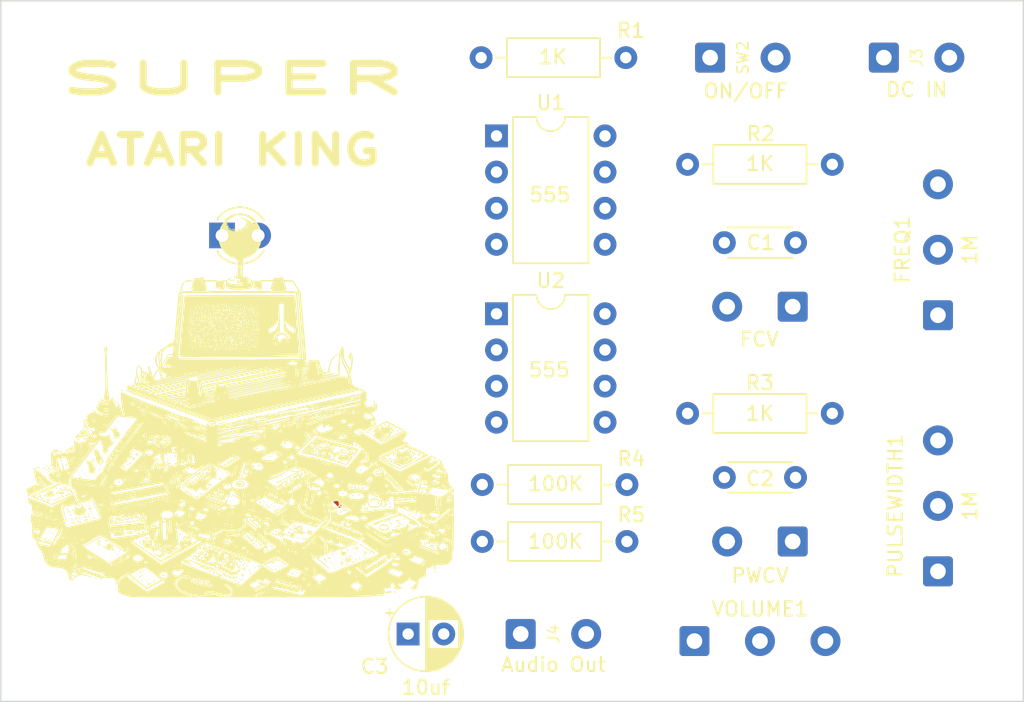
<source format=kicad_pcb>
(kicad_pcb (version 20211014) (generator pcbnew)
  (layers (0 "F.Cu" signal) (31 "B.Cu" signal) (34 "B.Paste" user) (35 "F.Paste" user) (36 "B.SilkS" user "B.Silkscreen") (37 "F.SilkS" user "F.Silkscreen") (38 "B.Mask" user) (39 "F.Mask" user) (44 "Edge.Cuts" user))
  (net 0 "")
  (net 1 "Net-(C3-Pad1)")
  (net 2 "GND")
  (net 3 "Net-(D1-Pad1)")
  (net 4 "/PWR")
  (net 5 "+9V")
  (net 6 "Net-(R2-Pad1)")
  (footprint "Connector_Wire:SolderWire-0.5sqmm_1x02_P4.6mm_D0.9mm_OD2.1mm" (layer "F.Cu") (at 114.7 96)
    (fp_text reference "J4" hide)
    (fp_text value "Audio Out" (at 2.3 2.15) (layer "F.SilkS"))
    (fp_text user "${REFERENCE}" (at 2.3 0 90) (layer "F.SilkS") (effects (font (size 0.78 0.78) (thickness 0.12))))
    (pad "S" thru_hole roundrect (at 0 0) (size 2.1 2.1) (drill 1.1) (layers *.Cu *.Mask) (roundrect_rratio 0.119048) (net 2 "GND"))
    (pad "T" thru_hole circle (at 4.6 0) (size 2.1 2.1) (drill 1.1) (layers *.Cu *.Mask))
  )
  (footprint "images:LRG_king" (layer "F.Cu") (at 95 80)
    (fp_text reference "G***" hide)
    (fp_text value "LOGO" hide)
  )
  (footprint "Connector_Wire:SolderWire-0.5sqmm_1x03_P4.6mm_D0.9mm_OD2.1mm" (layer "F.Cu") (at 144 73.6 90)
    (fp_text reference "FREQ1" (at 4.6 -2.5 90) (layer "F.SilkS"))
    (fp_text value "1M" (at 4.6 2.25 90) (layer "F.SilkS"))
    (pad "1" thru_hole roundrect (at 0 0 90) (size 2.1 2.1) (drill 1.1) (layers *.Cu *.Mask) (roundrect_rratio 0.119048))
    (pad "2" thru_hole circle (at 4.6 0 90) (size 2.1 2.1) (drill 1.1) (layers *.Cu *.Mask) (net 6 "Net-(R2-Pad1)"))
    (pad "3" thru_hole circle (at 9.2 0 90) (size 2.1 2.1) (drill 1.1) (layers *.Cu *.Mask))
  )
  (footprint "Resistor_THT:R_Axial_DIN0207_L6.3mm_D2.5mm_P10.16mm_Horizontal" (layer "F.Cu") (at 136.58 63 180)
    (fp_text reference "R2" (at 5.03 2.15) (layer "F.SilkS"))
    (fp_text value "1K" (at 5.08 0.05) (layer "F.SilkS"))
    (pad "1" thru_hole circle (at 0 0 180) (size 1.6 1.6) (drill 0.8) (layers *.Cu *.Mask) (net 6 "Net-(R2-Pad1)"))
    (pad "2" thru_hole oval (at 10.16 0 180) (size 1.6 1.6) (drill 0.8) (layers *.Cu *.Mask) (net 4 "/PWR"))
  )
  (footprint "Connector_Wire:SolderWire-0.5sqmm_1x02_P4.6mm_D0.9mm_OD2.1mm" (layer "F.Cu") (at 133.8 73 180)
    (fp_text reference "J1" hide)
    (fp_text value "FCV" (at 2.35 -2.3) (layer "F.SilkS"))
    (pad "S" thru_hole roundrect (at 0 0 180) (size 2.1 2.1) (drill 1.1) (layers *.Cu *.Mask) (roundrect_rratio 0.119048) (net 2 "GND"))
    (pad "T" thru_hole circle (at 4.6 0 180) (size 2.1 2.1) (drill 1.1) (layers *.Cu *.Mask))
  )
  (footprint "Resistor_THT:R_Axial_DIN0207_L6.3mm_D2.5mm_P10.16mm_Horizontal" (layer "F.Cu") (at 112 85.5)
    (fp_text reference "R4" (at 10.466404 -1.815964) (layer "F.SilkS"))
    (fp_text value "100K" (at 5.15 -0.05) (layer "F.SilkS"))
    (pad "1" thru_hole circle (at 0 0) (size 1.6 1.6) (drill 0.8) (layers *.Cu *.Mask) (net 1 "Net-(C3-Pad1)"))
    (pad "2" thru_hole oval (at 10.16 0) (size 1.6 1.6) (drill 0.8) (layers *.Cu *.Mask))
  )
  (footprint "Connector_Wire:SolderWire-0.5sqmm_1x02_P4.6mm_D0.9mm_OD2.1mm" (layer "F.Cu") (at 140.2 55.5)
    (fp_text reference "J3" hide)
    (fp_text value "DC IN" (at 2.3 2.25) (layer "F.SilkS"))
    (fp_text user "${REFERENCE}" (at 2.3 0 90) (layer "F.SilkS") (effects (font (size 0.78 0.78) (thickness 0.12))))
    (pad "1" thru_hole roundrect (at 0 0) (size 2.1 2.1) (drill 1.1) (layers *.Cu *.Mask) (roundrect_rratio 0.119048) (net 2 "GND"))
    (pad "2" thru_hole circle (at 4.6 0) (size 2.1 2.1) (drill 1.1) (layers *.Cu *.Mask) (net 5 "+9V"))
  )
  (footprint "Package_DIP:DIP-8_W7.62mm" (layer "F.Cu") (at 113 61)
    (fp_text reference "U1" (at 3.81 -2.33) (layer "F.SilkS"))
    (fp_text value "555" (at 3.75 4.15) (layer "F.SilkS"))
    (pad "1" thru_hole rect (at 0 0) (size 1.6 1.6) (drill 0.8) (layers *.Cu *.Mask) (net 2 "GND"))
    (pad "2" thru_hole oval (at 0 2.54) (size 1.6 1.6) (drill 0.8) (layers *.Cu *.Mask))
    (pad "3" thru_hole oval (at 0 5.08) (size 1.6 1.6) (drill 0.8) (layers *.Cu *.Mask))
    (pad "4" thru_hole oval (at 0 7.62) (size 1.6 1.6) (drill 0.8) (layers *.Cu *.Mask) (net 4 "/PWR"))
    (pad "5" thru_hole oval (at 7.62 7.62) (size 1.6 1.6) (drill 0.8) (layers *.Cu *.Mask))
    (pad "6" thru_hole oval (at 7.62 5.08) (size 1.6 1.6) (drill 0.8) (layers *.Cu *.Mask))
    (pad "7" thru_hole oval (at 7.62 2.54) (size 1.6 1.6) (drill 0.8) (layers *.Cu *.Mask) (net 6 "Net-(R2-Pad1)"))
    (pad "8" thru_hole oval (at 7.62 0) (size 1.6 1.6) (drill 0.8) (layers *.Cu *.Mask) (net 4 "/PWR"))
  )
  (footprint "Resistor_THT:R_Axial_DIN0207_L6.3mm_D2.5mm_P10.16mm_Horizontal" (layer "F.Cu") (at 122.08 55.5 180)
    (fp_text reference "R1" (at -0.356404 1.915964) (layer "F.SilkS"))
    (fp_text value "1K" (at 5.13 0.05) (layer "F.SilkS"))
    (pad "1" thru_hole circle (at 0 0 180) (size 1.6 1.6) (drill 0.8) (layers *.Cu *.Mask) (net 2 "GND"))
    (pad "2" thru_hole oval (at 10.16 0 180) (size 1.6 1.6) (drill 0.8) (layers *.Cu *.Mask) (net 3 "Net-(D1-Pad1)"))
  )
  (footprint "Capacitor_THT:C_Disc_D4.3mm_W1.9mm_P5.00mm" (layer "F.Cu") (at 134 85 180)
    (fp_text reference "C2" (at 2.5 -0.1) (layer "F.SilkS"))
    (fp_text value "0.1uf")
    (pad "1" thru_hole circle (at 0 0 180) (size 1.6 1.6) (drill 0.8) (layers *.Cu *.Mask) (net 2 "GND"))
    (pad "2" thru_hole circle (at 5 0 180) (size 1.6 1.6) (drill 0.8) (layers *.Cu *.Mask))
  )
  (footprint "Resistor_THT:R_Axial_DIN0207_L6.3mm_D2.5mm_P10.16mm_Horizontal" (layer "F.Cu") (at 112 89.5)
    (fp_text reference "R5" (at 10.466404 -1.865964) (layer "F.SilkS"))
    (fp_text value "100K" (at 5.13 0) (layer "F.SilkS"))
    (pad "1" thru_hole circle (at 0 0) (size 1.6 1.6) (drill 0.8) (layers *.Cu *.Mask) (net 2 "GND"))
    (pad "2" thru_hole oval (at 10.16 0) (size 1.6 1.6) (drill 0.8) (layers *.Cu *.Mask))
  )
  (footprint "Capacitor_THT:C_Disc_D4.3mm_W1.9mm_P5.00mm" (layer "F.Cu") (at 134 68.5 180)
    (fp_text reference "C1" (at 2.45 0 180) (layer "F.SilkS"))
    (fp_text value "0.01uf")
    (pad "1" thru_hole circle (at 0 0 180) (size 1.6 1.6) (drill 0.8) (layers *.Cu *.Mask) (net 2 "GND"))
    (pad "2" thru_hole circle (at 5 0 180) (size 1.6 1.6) (drill 0.8) (layers *.Cu *.Mask))
  )
  (footprint "Resistor_THT:R_Axial_DIN0207_L6.3mm_D2.5mm_P10.16mm_Horizontal" (layer "F.Cu") (at 136.58 80.5 180)
    (fp_text reference "R3" (at 5.08 2.15) (layer "F.SilkS"))
    (fp_text value "1K" (at 5.08 0) (layer "F.SilkS"))
    (pad "1" thru_hole circle (at 0 0 180) (size 1.6 1.6) (drill 0.8) (layers *.Cu *.Mask))
    (pad "2" thru_hole oval (at 10.16 0 180) (size 1.6 1.6) (drill 0.8) (layers *.Cu *.Mask) (net 4 "/PWR"))
  )
  (footprint "Package_DIP:DIP-8_W7.62mm" (layer "F.Cu") (at 113 73.5)
    (fp_text reference "U2" (at 3.81 -2.33) (layer "F.SilkS"))
    (fp_text value "555" (at 3.7 3.95) (layer "F.SilkS"))
    (pad "1" thru_hole rect (at 0 0) (size 1.6 1.6) (drill 0.8) (layers *.Cu *.Mask) (net 2 "GND"))
    (pad "2" thru_hole oval (at 0 2.54) (size 1.6 1.6) (drill 0.8) (layers *.Cu *.Mask))
    (pad "3" thru_hole oval (at 0 5.08) (size 1.6 1.6) (drill 0.8) (layers *.Cu *.Mask))
    (pad "4" thru_hole oval (at 0 7.62) (size 1.6 1.6) (drill 0.8) (layers *.Cu *.Mask) (net 4 "/PWR"))
    (pad "5" thru_hole oval (at 7.62 7.62) (size 1.6 1.6) (drill 0.8) (layers *.Cu *.Mask))
    (pad "6" thru_hole oval (at 7.62 5.08) (size 1.6 1.6) (drill 0.8) (layers *.Cu *.Mask))
    (pad "7" thru_hole oval (at 7.62 2.54) (size 1.6 1.6) (drill 0.8) (layers *.Cu *.Mask))
    (pad "8" thru_hole oval (at 7.62 0) (size 1.6 1.6) (drill 0.8) (layers *.Cu *.Mask) (net 4 "/PWR"))
  )
  (footprint "Connector_Wire:SolderWire-0.5sqmm_1x02_P4.6mm_D0.9mm_OD2.1mm" (layer "F.Cu") (at 133.8 89.5 180)
    (fp_text reference "J2" hide)
    (fp_text value "PWCV" (at 2.3 -2.4) (layer "F.SilkS"))
    (pad "S" thru_hole roundrect (at 0 0 180) (size 2.1 2.1) (drill 1.1) (layers *.Cu *.Mask) (roundrect_rratio 0.119048) (net 2 "GND"))
    (pad "T" thru_hole circle (at 4.6 0 180) (size 2.1 2.1) (drill 1.1) (layers *.Cu *.Mask))
  )
  (footprint "Connector_Wire:SolderWire-0.5sqmm_1x03_P4.6mm_D0.9mm_OD2.1mm" (layer "F.Cu") (at 144 91.6 90)
    (fp_text reference "PULSEWIDTH1" (at 4.6 -3 90) (layer "F.SilkS"))
    (fp_text value "1M" (at 4.6 2.25 90) (layer "F.SilkS"))
    (pad "1" thru_hole roundrect (at 0 0 90) (size 2.1 2.1) (drill 1.1) (layers *.Cu *.Mask) (roundrect_rratio 0.119048))
    (pad "2" thru_hole circle (at 4.6 0 90) (size 2.1 2.1) (drill 1.1) (layers *.Cu *.Mask))
    (pad "3" thru_hole circle (at 9.2 0 90) (size 2.1 2.1) (drill 1.1) (layers *.Cu *.Mask))
  )
  (footprint "Capacitor_THT:CP_Radial_D5.0mm_P2.50mm" (layer "F.Cu") (at 106.794888 96)
    (fp_text reference "C3" (at -2.344888 2.28) (layer "F.SilkS"))
    (fp_text value "10uf" (at 1.25 3.75) (layer "F.SilkS"))
    (pad "1" thru_hole rect (at 0 0) (size 1.6 1.6) (drill 0.8) (layers *.Cu *.Mask) (net 1 "Net-(C3-Pad1)"))
    (pad "2" thru_hole circle (at 2.5 0) (size 1.6 1.6) (drill 0.8) (layers *.Cu *.Mask))
  )
  (footprint "Connector_Wire:SolderWire-0.5sqmm_1x02_P4.6mm_D0.9mm_OD2.1mm" (layer "F.Cu") (at 128 55.5)
    (fp_text reference "SW2" hide)
    (fp_text value "ON/OFF" (at 2.5 2.35) (layer "F.SilkS"))
    (fp_text user "${REFERENCE}" (at 2.3 0 90) (layer "F.SilkS") (effects (font (size 0.78 0.78) (thickness 0.12))))
    (pad "1" thru_hole roundrect (at 0 0) (size 2.1 2.1) (drill 1.1) (layers *.Cu *.Mask) (roundrect_rratio 0.119048) (net 5 "+9V"))
    (pad "2" thru_hole circle (at 4.6 0) (size 2.1 2.1) (drill 1.1) (layers *.Cu *.Mask) (net 4 "/PWR"))
  )
  (footprint "Connector_Wire:SolderWire-0.5sqmm_1x03_P4.6mm_D0.9mm_OD2.1mm" (layer "F.Cu") (at 126.9 96.5)
    (fp_text reference "VOLUME1" (at 4.6 -2.25) (layer "F.SilkS"))
    (fp_text value "5K")
    (pad "1" thru_hole roundrect (at 0 0) (size 2.1 2.1) (drill 1.1) (layers *.Cu *.Mask) (roundrect_rratio 0.119048))
    (pad "2" thru_hole circle (at 4.6 0) (size 2.1 2.1) (drill 1.1) (layers *.Cu *.Mask))
    (pad "3" thru_hole circle (at 9.2 0) (size 2.1 2.1) (drill 1.1) (layers *.Cu *.Mask) (net 2 "GND"))
  )
  (footprint "LED_THT:LED_D3.0mm" (layer "F.Cu") (at 93.725 68)
    (fp_text reference "D1" hide)
    (fp_text value "LED" hide)
    (pad "1" thru_hole rect (at 0 0) (size 1.8 1.8) (drill 0.9) (layers *.Cu *.Mask) (net 3 "Net-(D1-Pad1)"))
    (pad "2" thru_hole circle (at 2.54 0) (size 1.8 1.8) (drill 0.9) (layers *.Cu *.Mask) (net 4 "/PWR"))
  )
  (gr_rect (start 78.185 51.5) (end 150 100.75) (layer "Edge.Cuts") (width 0.1) (fill none))
  (gr_text "SUPER" (at 94.5 57) (layer "F.SilkS") (effects (font (size 2 5) (thickness 0.5))))
  (gr_text "ATARI KING" (at 94.5 62) (layer "F.SilkS") (effects (font (size 2 2.5) (thickness 0.5))))
  (segment (start 101.58 86.58) (end 102 87) (width 0.25) (layer "F.Cu") (net 0))
  (segment (start 101.5 86.58) (end 101.58 86.58) (width 0.25) (layer "F.Cu") (net 0))
)
</source>
